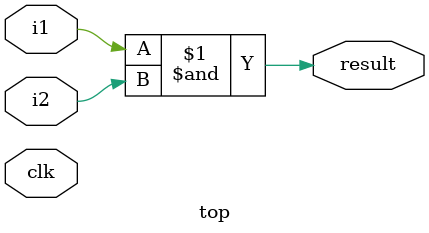
<source format=v>
module top (
    input clk,
    input i1,
    input i2,
    output wire result
);
    assign result = i1 & i2;
endmodule

</source>
